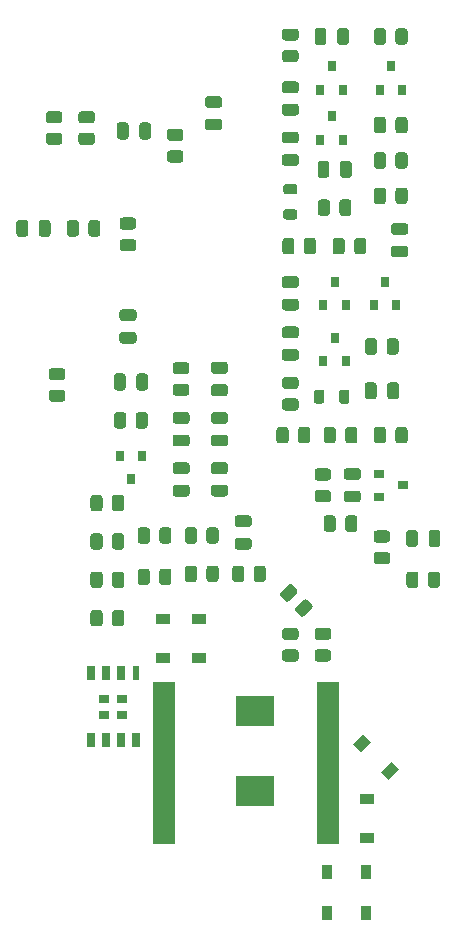
<source format=gbr>
%TF.GenerationSoftware,KiCad,Pcbnew,(5.1.9-0-10_14)*%
%TF.CreationDate,2023-05-28T23:00:20-04:00*%
%TF.ProjectId,LiControl,4c69436f-6e74-4726-9f6c-2e6b69636164,rev?*%
%TF.SameCoordinates,Original*%
%TF.FileFunction,Paste,Bot*%
%TF.FilePolarity,Positive*%
%FSLAX46Y46*%
G04 Gerber Fmt 4.6, Leading zero omitted, Abs format (unit mm)*
G04 Created by KiCad (PCBNEW (5.1.9-0-10_14)) date 2023-05-28 23:00:20*
%MOMM*%
%LPD*%
G01*
G04 APERTURE LIST*
%ADD10C,0.100000*%
%ADD11R,0.800000X0.900000*%
%ADD12R,0.900000X1.200000*%
%ADD13R,1.200000X0.900000*%
%ADD14R,0.900000X0.800000*%
%ADD15R,3.300000X2.500000*%
%ADD16R,0.650000X1.310000*%
%ADD17R,0.600000X1.310000*%
%ADD18R,0.900000X0.795000*%
%ADD19R,1.850000X13.700000*%
G04 APERTURE END LIST*
D10*
%TO.C,D3*%
G36*
X117674264Y-132522792D02*
G01*
X118522792Y-131674264D01*
X119159188Y-132310660D01*
X118310660Y-133159188D01*
X117674264Y-132522792D01*
G37*
G36*
X115340812Y-130189340D02*
G01*
X116189340Y-129340812D01*
X116825736Y-129977208D01*
X115977208Y-130825736D01*
X115340812Y-130189340D01*
G37*
%TD*%
D11*
%TO.C,Q6*%
X95550000Y-105750000D03*
X97450000Y-105750000D03*
X96500000Y-107750000D03*
%TD*%
%TO.C,C9*%
G36*
G01*
X115200000Y-81025000D02*
X115200000Y-81975000D01*
G75*
G02*
X114950000Y-82225000I-250000J0D01*
G01*
X114450000Y-82225000D01*
G75*
G02*
X114200000Y-81975000I0J250000D01*
G01*
X114200000Y-81025000D01*
G75*
G02*
X114450000Y-80775000I250000J0D01*
G01*
X114950000Y-80775000D01*
G75*
G02*
X115200000Y-81025000I0J-250000D01*
G01*
G37*
G36*
G01*
X113300000Y-81025000D02*
X113300000Y-81975000D01*
G75*
G02*
X113050000Y-82225000I-250000J0D01*
G01*
X112550000Y-82225000D01*
G75*
G02*
X112300000Y-81975000I0J250000D01*
G01*
X112300000Y-81025000D01*
G75*
G02*
X112550000Y-80775000I250000J0D01*
G01*
X113050000Y-80775000D01*
G75*
G02*
X113300000Y-81025000I0J-250000D01*
G01*
G37*
%TD*%
%TO.C,C12*%
G36*
G01*
X109525000Y-94800000D02*
X110475000Y-94800000D01*
G75*
G02*
X110725000Y-95050000I0J-250000D01*
G01*
X110725000Y-95550000D01*
G75*
G02*
X110475000Y-95800000I-250000J0D01*
G01*
X109525000Y-95800000D01*
G75*
G02*
X109275000Y-95550000I0J250000D01*
G01*
X109275000Y-95050000D01*
G75*
G02*
X109525000Y-94800000I250000J0D01*
G01*
G37*
G36*
G01*
X109525000Y-96700000D02*
X110475000Y-96700000D01*
G75*
G02*
X110725000Y-96950000I0J-250000D01*
G01*
X110725000Y-97450000D01*
G75*
G02*
X110475000Y-97700000I-250000J0D01*
G01*
X109525000Y-97700000D01*
G75*
G02*
X109275000Y-97450000I0J250000D01*
G01*
X109275000Y-96950000D01*
G75*
G02*
X109525000Y-96700000I250000J0D01*
G01*
G37*
%TD*%
%TO.C,C13*%
G36*
G01*
X109525000Y-78300000D02*
X110475000Y-78300000D01*
G75*
G02*
X110725000Y-78550000I0J-250000D01*
G01*
X110725000Y-79050000D01*
G75*
G02*
X110475000Y-79300000I-250000J0D01*
G01*
X109525000Y-79300000D01*
G75*
G02*
X109275000Y-79050000I0J250000D01*
G01*
X109275000Y-78550000D01*
G75*
G02*
X109525000Y-78300000I250000J0D01*
G01*
G37*
G36*
G01*
X109525000Y-80200000D02*
X110475000Y-80200000D01*
G75*
G02*
X110725000Y-80450000I0J-250000D01*
G01*
X110725000Y-80950000D01*
G75*
G02*
X110475000Y-81200000I-250000J0D01*
G01*
X109525000Y-81200000D01*
G75*
G02*
X109275000Y-80950000I0J250000D01*
G01*
X109275000Y-80450000D01*
G75*
G02*
X109525000Y-80200000I250000J0D01*
G01*
G37*
%TD*%
%TO.C,C15*%
G36*
G01*
X119725000Y-87050000D02*
X118775000Y-87050000D01*
G75*
G02*
X118525000Y-86800000I0J250000D01*
G01*
X118525000Y-86300000D01*
G75*
G02*
X118775000Y-86050000I250000J0D01*
G01*
X119725000Y-86050000D01*
G75*
G02*
X119975000Y-86300000I0J-250000D01*
G01*
X119975000Y-86800000D01*
G75*
G02*
X119725000Y-87050000I-250000J0D01*
G01*
G37*
G36*
G01*
X119725000Y-88950000D02*
X118775000Y-88950000D01*
G75*
G02*
X118525000Y-88700000I0J250000D01*
G01*
X118525000Y-88200000D01*
G75*
G02*
X118775000Y-87950000I250000J0D01*
G01*
X119725000Y-87950000D01*
G75*
G02*
X119975000Y-88200000I0J-250000D01*
G01*
X119975000Y-88700000D01*
G75*
G02*
X119725000Y-88950000I-250000J0D01*
G01*
G37*
%TD*%
%TO.C,C16*%
G36*
G01*
X113050000Y-69775000D02*
X113050000Y-70725000D01*
G75*
G02*
X112800000Y-70975000I-250000J0D01*
G01*
X112300000Y-70975000D01*
G75*
G02*
X112050000Y-70725000I0J250000D01*
G01*
X112050000Y-69775000D01*
G75*
G02*
X112300000Y-69525000I250000J0D01*
G01*
X112800000Y-69525000D01*
G75*
G02*
X113050000Y-69775000I0J-250000D01*
G01*
G37*
G36*
G01*
X114950000Y-69775000D02*
X114950000Y-70725000D01*
G75*
G02*
X114700000Y-70975000I-250000J0D01*
G01*
X114200000Y-70975000D01*
G75*
G02*
X113950000Y-70725000I0J250000D01*
G01*
X113950000Y-69775000D01*
G75*
G02*
X114200000Y-69525000I250000J0D01*
G01*
X114700000Y-69525000D01*
G75*
G02*
X114950000Y-69775000I0J-250000D01*
G01*
G37*
%TD*%
%TO.C,C19*%
G36*
G01*
X110475000Y-91550000D02*
X109525000Y-91550000D01*
G75*
G02*
X109275000Y-91300000I0J250000D01*
G01*
X109275000Y-90800000D01*
G75*
G02*
X109525000Y-90550000I250000J0D01*
G01*
X110475000Y-90550000D01*
G75*
G02*
X110725000Y-90800000I0J-250000D01*
G01*
X110725000Y-91300000D01*
G75*
G02*
X110475000Y-91550000I-250000J0D01*
G01*
G37*
G36*
G01*
X110475000Y-93450000D02*
X109525000Y-93450000D01*
G75*
G02*
X109275000Y-93200000I0J250000D01*
G01*
X109275000Y-92700000D01*
G75*
G02*
X109525000Y-92450000I250000J0D01*
G01*
X110475000Y-92450000D01*
G75*
G02*
X110725000Y-92700000I0J-250000D01*
G01*
X110725000Y-93200000D01*
G75*
G02*
X110475000Y-93450000I-250000J0D01*
G01*
G37*
%TD*%
%TO.C,C20*%
G36*
G01*
X110475000Y-75050000D02*
X109525000Y-75050000D01*
G75*
G02*
X109275000Y-74800000I0J250000D01*
G01*
X109275000Y-74300000D01*
G75*
G02*
X109525000Y-74050000I250000J0D01*
G01*
X110475000Y-74050000D01*
G75*
G02*
X110725000Y-74300000I0J-250000D01*
G01*
X110725000Y-74800000D01*
G75*
G02*
X110475000Y-75050000I-250000J0D01*
G01*
G37*
G36*
G01*
X110475000Y-76950000D02*
X109525000Y-76950000D01*
G75*
G02*
X109275000Y-76700000I0J250000D01*
G01*
X109275000Y-76200000D01*
G75*
G02*
X109525000Y-75950000I250000J0D01*
G01*
X110475000Y-75950000D01*
G75*
G02*
X110725000Y-76200000I0J-250000D01*
G01*
X110725000Y-76700000D01*
G75*
G02*
X110475000Y-76950000I-250000J0D01*
G01*
G37*
%TD*%
D12*
%TO.C,D2*%
X113100000Y-144500000D03*
X116400000Y-144500000D03*
%TD*%
D11*
%TO.C,Q7*%
X114700000Y-97750000D03*
X112800000Y-97750000D03*
X113750000Y-95750000D03*
%TD*%
%TO.C,Q8*%
X113500000Y-77000000D03*
X112550000Y-79000000D03*
X114450000Y-79000000D03*
%TD*%
%TO.C,Q9*%
X114700000Y-93000000D03*
X112800000Y-93000000D03*
X113750000Y-91000000D03*
%TD*%
%TO.C,Q10*%
X118000000Y-91000000D03*
X117050000Y-93000000D03*
X118950000Y-93000000D03*
%TD*%
%TO.C,Q11*%
X113500000Y-72750000D03*
X112550000Y-74750000D03*
X114450000Y-74750000D03*
%TD*%
%TO.C,Q12*%
X118500000Y-72750000D03*
X117550000Y-74750000D03*
X119450000Y-74750000D03*
%TD*%
%TO.C,R22*%
G36*
G01*
X112325000Y-85200002D02*
X112325000Y-84299998D01*
G75*
G02*
X112574998Y-84050000I249998J0D01*
G01*
X113100002Y-84050000D01*
G75*
G02*
X113350000Y-84299998I0J-249998D01*
G01*
X113350000Y-85200002D01*
G75*
G02*
X113100002Y-85450000I-249998J0D01*
G01*
X112574998Y-85450000D01*
G75*
G02*
X112325000Y-85200002I0J249998D01*
G01*
G37*
G36*
G01*
X114150000Y-85200002D02*
X114150000Y-84299998D01*
G75*
G02*
X114399998Y-84050000I249998J0D01*
G01*
X114925002Y-84050000D01*
G75*
G02*
X115175000Y-84299998I0J-249998D01*
G01*
X115175000Y-85200002D01*
G75*
G02*
X114925002Y-85450000I-249998J0D01*
G01*
X114399998Y-85450000D01*
G75*
G02*
X114150000Y-85200002I0J249998D01*
G01*
G37*
%TD*%
%TO.C,R23*%
G36*
G01*
X118900000Y-84200002D02*
X118900000Y-83299998D01*
G75*
G02*
X119149998Y-83050000I249998J0D01*
G01*
X119675002Y-83050000D01*
G75*
G02*
X119925000Y-83299998I0J-249998D01*
G01*
X119925000Y-84200002D01*
G75*
G02*
X119675002Y-84450000I-249998J0D01*
G01*
X119149998Y-84450000D01*
G75*
G02*
X118900000Y-84200002I0J249998D01*
G01*
G37*
G36*
G01*
X117075000Y-84200002D02*
X117075000Y-83299998D01*
G75*
G02*
X117324998Y-83050000I249998J0D01*
G01*
X117850002Y-83050000D01*
G75*
G02*
X118100000Y-83299998I0J-249998D01*
G01*
X118100000Y-84200002D01*
G75*
G02*
X117850002Y-84450000I-249998J0D01*
G01*
X117324998Y-84450000D01*
G75*
G02*
X117075000Y-84200002I0J249998D01*
G01*
G37*
%TD*%
%TO.C,R25*%
G36*
G01*
X118100000Y-80299998D02*
X118100000Y-81200002D01*
G75*
G02*
X117850002Y-81450000I-249998J0D01*
G01*
X117324998Y-81450000D01*
G75*
G02*
X117075000Y-81200002I0J249998D01*
G01*
X117075000Y-80299998D01*
G75*
G02*
X117324998Y-80050000I249998J0D01*
G01*
X117850002Y-80050000D01*
G75*
G02*
X118100000Y-80299998I0J-249998D01*
G01*
G37*
G36*
G01*
X119925000Y-80299998D02*
X119925000Y-81200002D01*
G75*
G02*
X119675002Y-81450000I-249998J0D01*
G01*
X119149998Y-81450000D01*
G75*
G02*
X118900000Y-81200002I0J249998D01*
G01*
X118900000Y-80299998D01*
G75*
G02*
X119149998Y-80050000I249998J0D01*
G01*
X119675002Y-80050000D01*
G75*
G02*
X119925000Y-80299998I0J-249998D01*
G01*
G37*
%TD*%
%TO.C,R26*%
G36*
G01*
X117350000Y-96049998D02*
X117350000Y-96950002D01*
G75*
G02*
X117100002Y-97200000I-249998J0D01*
G01*
X116574998Y-97200000D01*
G75*
G02*
X116325000Y-96950002I0J249998D01*
G01*
X116325000Y-96049998D01*
G75*
G02*
X116574998Y-95800000I249998J0D01*
G01*
X117100002Y-95800000D01*
G75*
G02*
X117350000Y-96049998I0J-249998D01*
G01*
G37*
G36*
G01*
X119175000Y-96049998D02*
X119175000Y-96950002D01*
G75*
G02*
X118925002Y-97200000I-249998J0D01*
G01*
X118399998Y-97200000D01*
G75*
G02*
X118150000Y-96950002I0J249998D01*
G01*
X118150000Y-96049998D01*
G75*
G02*
X118399998Y-95800000I249998J0D01*
G01*
X118925002Y-95800000D01*
G75*
G02*
X119175000Y-96049998I0J-249998D01*
G01*
G37*
%TD*%
%TO.C,R27*%
G36*
G01*
X119925000Y-77299998D02*
X119925000Y-78200002D01*
G75*
G02*
X119675002Y-78450000I-249998J0D01*
G01*
X119149998Y-78450000D01*
G75*
G02*
X118900000Y-78200002I0J249998D01*
G01*
X118900000Y-77299998D01*
G75*
G02*
X119149998Y-77050000I249998J0D01*
G01*
X119675002Y-77050000D01*
G75*
G02*
X119925000Y-77299998I0J-249998D01*
G01*
G37*
G36*
G01*
X118100000Y-77299998D02*
X118100000Y-78200002D01*
G75*
G02*
X117850002Y-78450000I-249998J0D01*
G01*
X117324998Y-78450000D01*
G75*
G02*
X117075000Y-78200002I0J249998D01*
G01*
X117075000Y-77299998D01*
G75*
G02*
X117324998Y-77050000I249998J0D01*
G01*
X117850002Y-77050000D01*
G75*
G02*
X118100000Y-77299998I0J-249998D01*
G01*
G37*
%TD*%
%TO.C,R32*%
G36*
G01*
X116425000Y-87549998D02*
X116425000Y-88450002D01*
G75*
G02*
X116175002Y-88700000I-249998J0D01*
G01*
X115649998Y-88700000D01*
G75*
G02*
X115400000Y-88450002I0J249998D01*
G01*
X115400000Y-87549998D01*
G75*
G02*
X115649998Y-87300000I249998J0D01*
G01*
X116175002Y-87300000D01*
G75*
G02*
X116425000Y-87549998I0J-249998D01*
G01*
G37*
G36*
G01*
X114600000Y-87549998D02*
X114600000Y-88450002D01*
G75*
G02*
X114350002Y-88700000I-249998J0D01*
G01*
X113824998Y-88700000D01*
G75*
G02*
X113575000Y-88450002I0J249998D01*
G01*
X113575000Y-87549998D01*
G75*
G02*
X113824998Y-87300000I249998J0D01*
G01*
X114350002Y-87300000D01*
G75*
G02*
X114600000Y-87549998I0J-249998D01*
G01*
G37*
%TD*%
%TO.C,R33*%
G36*
G01*
X118100000Y-69799998D02*
X118100000Y-70700002D01*
G75*
G02*
X117850002Y-70950000I-249998J0D01*
G01*
X117324998Y-70950000D01*
G75*
G02*
X117075000Y-70700002I0J249998D01*
G01*
X117075000Y-69799998D01*
G75*
G02*
X117324998Y-69550000I249998J0D01*
G01*
X117850002Y-69550000D01*
G75*
G02*
X118100000Y-69799998I0J-249998D01*
G01*
G37*
G36*
G01*
X119925000Y-69799998D02*
X119925000Y-70700002D01*
G75*
G02*
X119675002Y-70950000I-249998J0D01*
G01*
X119149998Y-70950000D01*
G75*
G02*
X118900000Y-70700002I0J249998D01*
G01*
X118900000Y-69799998D01*
G75*
G02*
X119149998Y-69550000I249998J0D01*
G01*
X119675002Y-69550000D01*
G75*
G02*
X119925000Y-69799998I0J-249998D01*
G01*
G37*
%TD*%
%TO.C,R34*%
G36*
G01*
X110350000Y-87549998D02*
X110350000Y-88450002D01*
G75*
G02*
X110100002Y-88700000I-249998J0D01*
G01*
X109574998Y-88700000D01*
G75*
G02*
X109325000Y-88450002I0J249998D01*
G01*
X109325000Y-87549998D01*
G75*
G02*
X109574998Y-87300000I249998J0D01*
G01*
X110100002Y-87300000D01*
G75*
G02*
X110350000Y-87549998I0J-249998D01*
G01*
G37*
G36*
G01*
X112175000Y-87549998D02*
X112175000Y-88450002D01*
G75*
G02*
X111925002Y-88700000I-249998J0D01*
G01*
X111399998Y-88700000D01*
G75*
G02*
X111150000Y-88450002I0J249998D01*
G01*
X111150000Y-87549998D01*
G75*
G02*
X111399998Y-87300000I249998J0D01*
G01*
X111925002Y-87300000D01*
G75*
G02*
X112175000Y-87549998I0J-249998D01*
G01*
G37*
%TD*%
%TO.C,R35*%
G36*
G01*
X109549998Y-69575000D02*
X110450002Y-69575000D01*
G75*
G02*
X110700000Y-69824998I0J-249998D01*
G01*
X110700000Y-70350002D01*
G75*
G02*
X110450002Y-70600000I-249998J0D01*
G01*
X109549998Y-70600000D01*
G75*
G02*
X109300000Y-70350002I0J249998D01*
G01*
X109300000Y-69824998D01*
G75*
G02*
X109549998Y-69575000I249998J0D01*
G01*
G37*
G36*
G01*
X109549998Y-71400000D02*
X110450002Y-71400000D01*
G75*
G02*
X110700000Y-71649998I0J-249998D01*
G01*
X110700000Y-72175002D01*
G75*
G02*
X110450002Y-72425000I-249998J0D01*
G01*
X109549998Y-72425000D01*
G75*
G02*
X109300000Y-72175002I0J249998D01*
G01*
X109300000Y-71649998D01*
G75*
G02*
X109549998Y-71400000I249998J0D01*
G01*
G37*
%TD*%
%TO.C,C2*%
G36*
G01*
X114775000Y-106800000D02*
X115725000Y-106800000D01*
G75*
G02*
X115975000Y-107050000I0J-250000D01*
G01*
X115975000Y-107550000D01*
G75*
G02*
X115725000Y-107800000I-250000J0D01*
G01*
X114775000Y-107800000D01*
G75*
G02*
X114525000Y-107550000I0J250000D01*
G01*
X114525000Y-107050000D01*
G75*
G02*
X114775000Y-106800000I250000J0D01*
G01*
G37*
G36*
G01*
X114775000Y-108700000D02*
X115725000Y-108700000D01*
G75*
G02*
X115975000Y-108950000I0J-250000D01*
G01*
X115975000Y-109450000D01*
G75*
G02*
X115725000Y-109700000I-250000J0D01*
G01*
X114775000Y-109700000D01*
G75*
G02*
X114525000Y-109450000I0J250000D01*
G01*
X114525000Y-108950000D01*
G75*
G02*
X114775000Y-108700000I250000J0D01*
G01*
G37*
%TD*%
%TO.C,C3*%
G36*
G01*
X104475000Y-100700000D02*
X103525000Y-100700000D01*
G75*
G02*
X103275000Y-100450000I0J250000D01*
G01*
X103275000Y-99950000D01*
G75*
G02*
X103525000Y-99700000I250000J0D01*
G01*
X104475000Y-99700000D01*
G75*
G02*
X104725000Y-99950000I0J-250000D01*
G01*
X104725000Y-100450000D01*
G75*
G02*
X104475000Y-100700000I-250000J0D01*
G01*
G37*
G36*
G01*
X104475000Y-98800000D02*
X103525000Y-98800000D01*
G75*
G02*
X103275000Y-98550000I0J250000D01*
G01*
X103275000Y-98050000D01*
G75*
G02*
X103525000Y-97800000I250000J0D01*
G01*
X104475000Y-97800000D01*
G75*
G02*
X104725000Y-98050000I0J-250000D01*
G01*
X104725000Y-98550000D01*
G75*
G02*
X104475000Y-98800000I-250000J0D01*
G01*
G37*
%TD*%
%TO.C,C6*%
G36*
G01*
X96050000Y-99025000D02*
X96050000Y-99975000D01*
G75*
G02*
X95800000Y-100225000I-250000J0D01*
G01*
X95300000Y-100225000D01*
G75*
G02*
X95050000Y-99975000I0J250000D01*
G01*
X95050000Y-99025000D01*
G75*
G02*
X95300000Y-98775000I250000J0D01*
G01*
X95800000Y-98775000D01*
G75*
G02*
X96050000Y-99025000I0J-250000D01*
G01*
G37*
G36*
G01*
X97950000Y-99025000D02*
X97950000Y-99975000D01*
G75*
G02*
X97700000Y-100225000I-250000J0D01*
G01*
X97200000Y-100225000D01*
G75*
G02*
X96950000Y-99975000I0J250000D01*
G01*
X96950000Y-99025000D01*
G75*
G02*
X97200000Y-98775000I250000J0D01*
G01*
X97700000Y-98775000D01*
G75*
G02*
X97950000Y-99025000I0J-250000D01*
G01*
G37*
%TD*%
%TO.C,C7*%
G36*
G01*
X104475000Y-109200000D02*
X103525000Y-109200000D01*
G75*
G02*
X103275000Y-108950000I0J250000D01*
G01*
X103275000Y-108450000D01*
G75*
G02*
X103525000Y-108200000I250000J0D01*
G01*
X104475000Y-108200000D01*
G75*
G02*
X104725000Y-108450000I0J-250000D01*
G01*
X104725000Y-108950000D01*
G75*
G02*
X104475000Y-109200000I-250000J0D01*
G01*
G37*
G36*
G01*
X104475000Y-107300000D02*
X103525000Y-107300000D01*
G75*
G02*
X103275000Y-107050000I0J250000D01*
G01*
X103275000Y-106550000D01*
G75*
G02*
X103525000Y-106300000I250000J0D01*
G01*
X104475000Y-106300000D01*
G75*
G02*
X104725000Y-106550000I0J-250000D01*
G01*
X104725000Y-107050000D01*
G75*
G02*
X104475000Y-107300000I-250000J0D01*
G01*
G37*
%TD*%
%TO.C,C8*%
G36*
G01*
X117300000Y-99775000D02*
X117300000Y-100725000D01*
G75*
G02*
X117050000Y-100975000I-250000J0D01*
G01*
X116550000Y-100975000D01*
G75*
G02*
X116300000Y-100725000I0J250000D01*
G01*
X116300000Y-99775000D01*
G75*
G02*
X116550000Y-99525000I250000J0D01*
G01*
X117050000Y-99525000D01*
G75*
G02*
X117300000Y-99775000I0J-250000D01*
G01*
G37*
G36*
G01*
X119200000Y-99775000D02*
X119200000Y-100725000D01*
G75*
G02*
X118950000Y-100975000I-250000J0D01*
G01*
X118450000Y-100975000D01*
G75*
G02*
X118200000Y-100725000I0J250000D01*
G01*
X118200000Y-99775000D01*
G75*
G02*
X118450000Y-99525000I250000J0D01*
G01*
X118950000Y-99525000D01*
G75*
G02*
X119200000Y-99775000I0J-250000D01*
G01*
G37*
%TD*%
%TO.C,C10*%
G36*
G01*
X101225000Y-107300000D02*
X100275000Y-107300000D01*
G75*
G02*
X100025000Y-107050000I0J250000D01*
G01*
X100025000Y-106550000D01*
G75*
G02*
X100275000Y-106300000I250000J0D01*
G01*
X101225000Y-106300000D01*
G75*
G02*
X101475000Y-106550000I0J-250000D01*
G01*
X101475000Y-107050000D01*
G75*
G02*
X101225000Y-107300000I-250000J0D01*
G01*
G37*
G36*
G01*
X101225000Y-109200000D02*
X100275000Y-109200000D01*
G75*
G02*
X100025000Y-108950000I0J250000D01*
G01*
X100025000Y-108450000D01*
G75*
G02*
X100275000Y-108200000I250000J0D01*
G01*
X101225000Y-108200000D01*
G75*
G02*
X101475000Y-108450000I0J-250000D01*
G01*
X101475000Y-108950000D01*
G75*
G02*
X101225000Y-109200000I-250000J0D01*
G01*
G37*
%TD*%
%TO.C,C14*%
G36*
G01*
X100275000Y-103950000D02*
X101225000Y-103950000D01*
G75*
G02*
X101475000Y-104200000I0J-250000D01*
G01*
X101475000Y-104700000D01*
G75*
G02*
X101225000Y-104950000I-250000J0D01*
G01*
X100275000Y-104950000D01*
G75*
G02*
X100025000Y-104700000I0J250000D01*
G01*
X100025000Y-104200000D01*
G75*
G02*
X100275000Y-103950000I250000J0D01*
G01*
G37*
G36*
G01*
X100275000Y-102050000D02*
X101225000Y-102050000D01*
G75*
G02*
X101475000Y-102300000I0J-250000D01*
G01*
X101475000Y-102800000D01*
G75*
G02*
X101225000Y-103050000I-250000J0D01*
G01*
X100275000Y-103050000D01*
G75*
G02*
X100025000Y-102800000I0J250000D01*
G01*
X100025000Y-102300000D01*
G75*
G02*
X100275000Y-102050000I250000J0D01*
G01*
G37*
%TD*%
%TO.C,C17*%
G36*
G01*
X103975000Y-76300000D02*
X103025000Y-76300000D01*
G75*
G02*
X102775000Y-76050000I0J250000D01*
G01*
X102775000Y-75550000D01*
G75*
G02*
X103025000Y-75300000I250000J0D01*
G01*
X103975000Y-75300000D01*
G75*
G02*
X104225000Y-75550000I0J-250000D01*
G01*
X104225000Y-76050000D01*
G75*
G02*
X103975000Y-76300000I-250000J0D01*
G01*
G37*
G36*
G01*
X103975000Y-78200000D02*
X103025000Y-78200000D01*
G75*
G02*
X102775000Y-77950000I0J250000D01*
G01*
X102775000Y-77450000D01*
G75*
G02*
X103025000Y-77200000I250000J0D01*
G01*
X103975000Y-77200000D01*
G75*
G02*
X104225000Y-77450000I0J-250000D01*
G01*
X104225000Y-77950000D01*
G75*
G02*
X103975000Y-78200000I-250000J0D01*
G01*
G37*
%TD*%
%TO.C,C18*%
G36*
G01*
X103525000Y-103950000D02*
X104475000Y-103950000D01*
G75*
G02*
X104725000Y-104200000I0J-250000D01*
G01*
X104725000Y-104700000D01*
G75*
G02*
X104475000Y-104950000I-250000J0D01*
G01*
X103525000Y-104950000D01*
G75*
G02*
X103275000Y-104700000I0J250000D01*
G01*
X103275000Y-104200000D01*
G75*
G02*
X103525000Y-103950000I250000J0D01*
G01*
G37*
G36*
G01*
X103525000Y-102050000D02*
X104475000Y-102050000D01*
G75*
G02*
X104725000Y-102300000I0J-250000D01*
G01*
X104725000Y-102800000D01*
G75*
G02*
X104475000Y-103050000I-250000J0D01*
G01*
X103525000Y-103050000D01*
G75*
G02*
X103275000Y-102800000I0J250000D01*
G01*
X103275000Y-102300000D01*
G75*
G02*
X103525000Y-102050000I250000J0D01*
G01*
G37*
%TD*%
%TO.C,C21*%
G36*
G01*
X98200000Y-77775000D02*
X98200000Y-78725000D01*
G75*
G02*
X97950000Y-78975000I-250000J0D01*
G01*
X97450000Y-78975000D01*
G75*
G02*
X97200000Y-78725000I0J250000D01*
G01*
X97200000Y-77775000D01*
G75*
G02*
X97450000Y-77525000I250000J0D01*
G01*
X97950000Y-77525000D01*
G75*
G02*
X98200000Y-77775000I0J-250000D01*
G01*
G37*
G36*
G01*
X96300000Y-77775000D02*
X96300000Y-78725000D01*
G75*
G02*
X96050000Y-78975000I-250000J0D01*
G01*
X95550000Y-78975000D01*
G75*
G02*
X95300000Y-78725000I0J250000D01*
G01*
X95300000Y-77775000D01*
G75*
G02*
X95550000Y-77525000I250000J0D01*
G01*
X96050000Y-77525000D01*
G75*
G02*
X96300000Y-77775000I0J-250000D01*
G01*
G37*
%TD*%
D13*
%TO.C,D1*%
X116500000Y-138150000D03*
X116500000Y-134850000D03*
%TD*%
D14*
%TO.C,Q2*%
X117500000Y-109200000D03*
X117500000Y-107300000D03*
X119500000Y-108250000D03*
%TD*%
%TO.C,R1*%
G36*
G01*
X113850000Y-111049998D02*
X113850000Y-111950002D01*
G75*
G02*
X113600002Y-112200000I-249998J0D01*
G01*
X113074998Y-112200000D01*
G75*
G02*
X112825000Y-111950002I0J249998D01*
G01*
X112825000Y-111049998D01*
G75*
G02*
X113074998Y-110800000I249998J0D01*
G01*
X113600002Y-110800000D01*
G75*
G02*
X113850000Y-111049998I0J-249998D01*
G01*
G37*
G36*
G01*
X115675000Y-111049998D02*
X115675000Y-111950002D01*
G75*
G02*
X115425002Y-112200000I-249998J0D01*
G01*
X114899998Y-112200000D01*
G75*
G02*
X114650000Y-111950002I0J249998D01*
G01*
X114650000Y-111049998D01*
G75*
G02*
X114899998Y-110800000I249998J0D01*
G01*
X115425002Y-110800000D01*
G75*
G02*
X115675000Y-111049998I0J-249998D01*
G01*
G37*
%TD*%
%TO.C,R2*%
G36*
G01*
X113200002Y-109675000D02*
X112299998Y-109675000D01*
G75*
G02*
X112050000Y-109425002I0J249998D01*
G01*
X112050000Y-108899998D01*
G75*
G02*
X112299998Y-108650000I249998J0D01*
G01*
X113200002Y-108650000D01*
G75*
G02*
X113450000Y-108899998I0J-249998D01*
G01*
X113450000Y-109425002D01*
G75*
G02*
X113200002Y-109675000I-249998J0D01*
G01*
G37*
G36*
G01*
X113200002Y-107850000D02*
X112299998Y-107850000D01*
G75*
G02*
X112050000Y-107600002I0J249998D01*
G01*
X112050000Y-107074998D01*
G75*
G02*
X112299998Y-106825000I249998J0D01*
G01*
X113200002Y-106825000D01*
G75*
G02*
X113450000Y-107074998I0J-249998D01*
G01*
X113450000Y-107600002D01*
G75*
G02*
X113200002Y-107850000I-249998J0D01*
G01*
G37*
%TD*%
%TO.C,R6*%
G36*
G01*
X101200002Y-98850000D02*
X100299998Y-98850000D01*
G75*
G02*
X100050000Y-98600002I0J249998D01*
G01*
X100050000Y-98074998D01*
G75*
G02*
X100299998Y-97825000I249998J0D01*
G01*
X101200002Y-97825000D01*
G75*
G02*
X101450000Y-98074998I0J-249998D01*
G01*
X101450000Y-98600002D01*
G75*
G02*
X101200002Y-98850000I-249998J0D01*
G01*
G37*
G36*
G01*
X101200002Y-100675000D02*
X100299998Y-100675000D01*
G75*
G02*
X100050000Y-100425002I0J249998D01*
G01*
X100050000Y-99899998D01*
G75*
G02*
X100299998Y-99650000I249998J0D01*
G01*
X101200002Y-99650000D01*
G75*
G02*
X101450000Y-99899998I0J-249998D01*
G01*
X101450000Y-100425002D01*
G75*
G02*
X101200002Y-100675000I-249998J0D01*
G01*
G37*
%TD*%
%TO.C,R7*%
G36*
G01*
X117075000Y-104450002D02*
X117075000Y-103549998D01*
G75*
G02*
X117324998Y-103300000I249998J0D01*
G01*
X117850002Y-103300000D01*
G75*
G02*
X118100000Y-103549998I0J-249998D01*
G01*
X118100000Y-104450002D01*
G75*
G02*
X117850002Y-104700000I-249998J0D01*
G01*
X117324998Y-104700000D01*
G75*
G02*
X117075000Y-104450002I0J249998D01*
G01*
G37*
G36*
G01*
X118900000Y-104450002D02*
X118900000Y-103549998D01*
G75*
G02*
X119149998Y-103300000I249998J0D01*
G01*
X119675002Y-103300000D01*
G75*
G02*
X119925000Y-103549998I0J-249998D01*
G01*
X119925000Y-104450002D01*
G75*
G02*
X119675002Y-104700000I-249998J0D01*
G01*
X119149998Y-104700000D01*
G75*
G02*
X118900000Y-104450002I0J249998D01*
G01*
G37*
%TD*%
%TO.C,R13*%
G36*
G01*
X93075000Y-110200002D02*
X93075000Y-109299998D01*
G75*
G02*
X93324998Y-109050000I249998J0D01*
G01*
X93850002Y-109050000D01*
G75*
G02*
X94100000Y-109299998I0J-249998D01*
G01*
X94100000Y-110200002D01*
G75*
G02*
X93850002Y-110450000I-249998J0D01*
G01*
X93324998Y-110450000D01*
G75*
G02*
X93075000Y-110200002I0J249998D01*
G01*
G37*
G36*
G01*
X94900000Y-110200002D02*
X94900000Y-109299998D01*
G75*
G02*
X95149998Y-109050000I249998J0D01*
G01*
X95675002Y-109050000D01*
G75*
G02*
X95925000Y-109299998I0J-249998D01*
G01*
X95925000Y-110200002D01*
G75*
G02*
X95675002Y-110450000I-249998J0D01*
G01*
X95149998Y-110450000D01*
G75*
G02*
X94900000Y-110200002I0J249998D01*
G01*
G37*
%TD*%
%TO.C,R14*%
G36*
G01*
X96900000Y-103200002D02*
X96900000Y-102299998D01*
G75*
G02*
X97149998Y-102050000I249998J0D01*
G01*
X97675002Y-102050000D01*
G75*
G02*
X97925000Y-102299998I0J-249998D01*
G01*
X97925000Y-103200002D01*
G75*
G02*
X97675002Y-103450000I-249998J0D01*
G01*
X97149998Y-103450000D01*
G75*
G02*
X96900000Y-103200002I0J249998D01*
G01*
G37*
G36*
G01*
X95075000Y-103200002D02*
X95075000Y-102299998D01*
G75*
G02*
X95324998Y-102050000I249998J0D01*
G01*
X95850002Y-102050000D01*
G75*
G02*
X96100000Y-102299998I0J-249998D01*
G01*
X96100000Y-103200002D01*
G75*
G02*
X95850002Y-103450000I-249998J0D01*
G01*
X95324998Y-103450000D01*
G75*
G02*
X95075000Y-103200002I0J249998D01*
G01*
G37*
%TD*%
%TO.C,R19*%
G36*
G01*
X99925000Y-112049998D02*
X99925000Y-112950002D01*
G75*
G02*
X99675002Y-113200000I-249998J0D01*
G01*
X99149998Y-113200000D01*
G75*
G02*
X98900000Y-112950002I0J249998D01*
G01*
X98900000Y-112049998D01*
G75*
G02*
X99149998Y-111800000I249998J0D01*
G01*
X99675002Y-111800000D01*
G75*
G02*
X99925000Y-112049998I0J-249998D01*
G01*
G37*
G36*
G01*
X98100000Y-112049998D02*
X98100000Y-112950002D01*
G75*
G02*
X97850002Y-113200000I-249998J0D01*
G01*
X97324998Y-113200000D01*
G75*
G02*
X97075000Y-112950002I0J249998D01*
G01*
X97075000Y-112049998D01*
G75*
G02*
X97324998Y-111800000I249998J0D01*
G01*
X97850002Y-111800000D01*
G75*
G02*
X98100000Y-112049998I0J-249998D01*
G01*
G37*
%TD*%
%TO.C,R20*%
G36*
G01*
X109549998Y-99075000D02*
X110450002Y-99075000D01*
G75*
G02*
X110700000Y-99324998I0J-249998D01*
G01*
X110700000Y-99850002D01*
G75*
G02*
X110450002Y-100100000I-249998J0D01*
G01*
X109549998Y-100100000D01*
G75*
G02*
X109300000Y-99850002I0J249998D01*
G01*
X109300000Y-99324998D01*
G75*
G02*
X109549998Y-99075000I249998J0D01*
G01*
G37*
G36*
G01*
X109549998Y-100900000D02*
X110450002Y-100900000D01*
G75*
G02*
X110700000Y-101149998I0J-249998D01*
G01*
X110700000Y-101675002D01*
G75*
G02*
X110450002Y-101925000I-249998J0D01*
G01*
X109549998Y-101925000D01*
G75*
G02*
X109300000Y-101675002I0J249998D01*
G01*
X109300000Y-101149998D01*
G75*
G02*
X109549998Y-100900000I249998J0D01*
G01*
G37*
%TD*%
%TO.C,R21*%
G36*
G01*
X110650000Y-104450002D02*
X110650000Y-103549998D01*
G75*
G02*
X110899998Y-103300000I249998J0D01*
G01*
X111425002Y-103300000D01*
G75*
G02*
X111675000Y-103549998I0J-249998D01*
G01*
X111675000Y-104450002D01*
G75*
G02*
X111425002Y-104700000I-249998J0D01*
G01*
X110899998Y-104700000D01*
G75*
G02*
X110650000Y-104450002I0J249998D01*
G01*
G37*
G36*
G01*
X108825000Y-104450002D02*
X108825000Y-103549998D01*
G75*
G02*
X109074998Y-103300000I249998J0D01*
G01*
X109600002Y-103300000D01*
G75*
G02*
X109850000Y-103549998I0J-249998D01*
G01*
X109850000Y-104450002D01*
G75*
G02*
X109600002Y-104700000I-249998J0D01*
G01*
X109074998Y-104700000D01*
G75*
G02*
X108825000Y-104450002I0J249998D01*
G01*
G37*
%TD*%
%TO.C,R24*%
G36*
G01*
X114650000Y-104450002D02*
X114650000Y-103549998D01*
G75*
G02*
X114899998Y-103300000I249998J0D01*
G01*
X115425002Y-103300000D01*
G75*
G02*
X115675000Y-103549998I0J-249998D01*
G01*
X115675000Y-104450002D01*
G75*
G02*
X115425002Y-104700000I-249998J0D01*
G01*
X114899998Y-104700000D01*
G75*
G02*
X114650000Y-104450002I0J249998D01*
G01*
G37*
G36*
G01*
X112825000Y-104450002D02*
X112825000Y-103549998D01*
G75*
G02*
X113074998Y-103300000I249998J0D01*
G01*
X113600002Y-103300000D01*
G75*
G02*
X113850000Y-103549998I0J-249998D01*
G01*
X113850000Y-104450002D01*
G75*
G02*
X113600002Y-104700000I-249998J0D01*
G01*
X113074998Y-104700000D01*
G75*
G02*
X112825000Y-104450002I0J249998D01*
G01*
G37*
%TD*%
%TO.C,R36*%
G36*
G01*
X89549998Y-76575000D02*
X90450002Y-76575000D01*
G75*
G02*
X90700000Y-76824998I0J-249998D01*
G01*
X90700000Y-77350002D01*
G75*
G02*
X90450002Y-77600000I-249998J0D01*
G01*
X89549998Y-77600000D01*
G75*
G02*
X89300000Y-77350002I0J249998D01*
G01*
X89300000Y-76824998D01*
G75*
G02*
X89549998Y-76575000I249998J0D01*
G01*
G37*
G36*
G01*
X89549998Y-78400000D02*
X90450002Y-78400000D01*
G75*
G02*
X90700000Y-78649998I0J-249998D01*
G01*
X90700000Y-79175002D01*
G75*
G02*
X90450002Y-79425000I-249998J0D01*
G01*
X89549998Y-79425000D01*
G75*
G02*
X89300000Y-79175002I0J249998D01*
G01*
X89300000Y-78649998D01*
G75*
G02*
X89549998Y-78400000I249998J0D01*
G01*
G37*
%TD*%
%TO.C,R37*%
G36*
G01*
X92100000Y-86049998D02*
X92100000Y-86950002D01*
G75*
G02*
X91850002Y-87200000I-249998J0D01*
G01*
X91324998Y-87200000D01*
G75*
G02*
X91075000Y-86950002I0J249998D01*
G01*
X91075000Y-86049998D01*
G75*
G02*
X91324998Y-85800000I249998J0D01*
G01*
X91850002Y-85800000D01*
G75*
G02*
X92100000Y-86049998I0J-249998D01*
G01*
G37*
G36*
G01*
X93925000Y-86049998D02*
X93925000Y-86950002D01*
G75*
G02*
X93675002Y-87200000I-249998J0D01*
G01*
X93149998Y-87200000D01*
G75*
G02*
X92900000Y-86950002I0J249998D01*
G01*
X92900000Y-86049998D01*
G75*
G02*
X93149998Y-85800000I249998J0D01*
G01*
X93675002Y-85800000D01*
G75*
G02*
X93925000Y-86049998I0J-249998D01*
G01*
G37*
%TD*%
%TO.C,R38*%
G36*
G01*
X92299998Y-78400000D02*
X93200002Y-78400000D01*
G75*
G02*
X93450000Y-78649998I0J-249998D01*
G01*
X93450000Y-79175002D01*
G75*
G02*
X93200002Y-79425000I-249998J0D01*
G01*
X92299998Y-79425000D01*
G75*
G02*
X92050000Y-79175002I0J249998D01*
G01*
X92050000Y-78649998D01*
G75*
G02*
X92299998Y-78400000I249998J0D01*
G01*
G37*
G36*
G01*
X92299998Y-76575000D02*
X93200002Y-76575000D01*
G75*
G02*
X93450000Y-76824998I0J-249998D01*
G01*
X93450000Y-77350002D01*
G75*
G02*
X93200002Y-77600000I-249998J0D01*
G01*
X92299998Y-77600000D01*
G75*
G02*
X92050000Y-77350002I0J249998D01*
G01*
X92050000Y-76824998D01*
G75*
G02*
X92299998Y-76575000I249998J0D01*
G01*
G37*
%TD*%
%TO.C,R39*%
G36*
G01*
X96700002Y-86600000D02*
X95799998Y-86600000D01*
G75*
G02*
X95550000Y-86350002I0J249998D01*
G01*
X95550000Y-85824998D01*
G75*
G02*
X95799998Y-85575000I249998J0D01*
G01*
X96700002Y-85575000D01*
G75*
G02*
X96950000Y-85824998I0J-249998D01*
G01*
X96950000Y-86350002D01*
G75*
G02*
X96700002Y-86600000I-249998J0D01*
G01*
G37*
G36*
G01*
X96700002Y-88425000D02*
X95799998Y-88425000D01*
G75*
G02*
X95550000Y-88175002I0J249998D01*
G01*
X95550000Y-87649998D01*
G75*
G02*
X95799998Y-87400000I249998J0D01*
G01*
X96700002Y-87400000D01*
G75*
G02*
X96950000Y-87649998I0J-249998D01*
G01*
X96950000Y-88175002D01*
G75*
G02*
X96700002Y-88425000I-249998J0D01*
G01*
G37*
%TD*%
%TO.C,R40*%
G36*
G01*
X100700002Y-80925000D02*
X99799998Y-80925000D01*
G75*
G02*
X99550000Y-80675002I0J249998D01*
G01*
X99550000Y-80149998D01*
G75*
G02*
X99799998Y-79900000I249998J0D01*
G01*
X100700002Y-79900000D01*
G75*
G02*
X100950000Y-80149998I0J-249998D01*
G01*
X100950000Y-80675002D01*
G75*
G02*
X100700002Y-80925000I-249998J0D01*
G01*
G37*
G36*
G01*
X100700002Y-79100000D02*
X99799998Y-79100000D01*
G75*
G02*
X99550000Y-78850002I0J249998D01*
G01*
X99550000Y-78324998D01*
G75*
G02*
X99799998Y-78075000I249998J0D01*
G01*
X100700002Y-78075000D01*
G75*
G02*
X100950000Y-78324998I0J-249998D01*
G01*
X100950000Y-78850002D01*
G75*
G02*
X100700002Y-79100000I-249998J0D01*
G01*
G37*
%TD*%
%TO.C,C1*%
G36*
G01*
X95775000Y-95250000D02*
X96725000Y-95250000D01*
G75*
G02*
X96975000Y-95500000I0J-250000D01*
G01*
X96975000Y-96000000D01*
G75*
G02*
X96725000Y-96250000I-250000J0D01*
G01*
X95775000Y-96250000D01*
G75*
G02*
X95525000Y-96000000I0J250000D01*
G01*
X95525000Y-95500000D01*
G75*
G02*
X95775000Y-95250000I250000J0D01*
G01*
G37*
G36*
G01*
X95775000Y-93350000D02*
X96725000Y-93350000D01*
G75*
G02*
X96975000Y-93600000I0J-250000D01*
G01*
X96975000Y-94100000D01*
G75*
G02*
X96725000Y-94350000I-250000J0D01*
G01*
X95775000Y-94350000D01*
G75*
G02*
X95525000Y-94100000I0J250000D01*
G01*
X95525000Y-93600000D01*
G75*
G02*
X95775000Y-93350000I250000J0D01*
G01*
G37*
%TD*%
%TO.C,C11*%
G36*
G01*
X89700000Y-86025000D02*
X89700000Y-86975000D01*
G75*
G02*
X89450000Y-87225000I-250000J0D01*
G01*
X88950000Y-87225000D01*
G75*
G02*
X88700000Y-86975000I0J250000D01*
G01*
X88700000Y-86025000D01*
G75*
G02*
X88950000Y-85775000I250000J0D01*
G01*
X89450000Y-85775000D01*
G75*
G02*
X89700000Y-86025000I0J-250000D01*
G01*
G37*
G36*
G01*
X87800000Y-86025000D02*
X87800000Y-86975000D01*
G75*
G02*
X87550000Y-87225000I-250000J0D01*
G01*
X87050000Y-87225000D01*
G75*
G02*
X86800000Y-86975000I0J250000D01*
G01*
X86800000Y-86025000D01*
G75*
G02*
X87050000Y-85775000I250000J0D01*
G01*
X87550000Y-85775000D01*
G75*
G02*
X87800000Y-86025000I0J-250000D01*
G01*
G37*
%TD*%
D15*
%TO.C,D4*%
X107000000Y-127350000D03*
X107000000Y-134150000D03*
%TD*%
D13*
%TO.C,D5*%
X99250000Y-122900000D03*
X99250000Y-119600000D03*
%TD*%
%TO.C,L1*%
G36*
G01*
X112000000Y-101131250D02*
X112000000Y-100368750D01*
G75*
G02*
X112218750Y-100150000I218750J0D01*
G01*
X112656250Y-100150000D01*
G75*
G02*
X112875000Y-100368750I0J-218750D01*
G01*
X112875000Y-101131250D01*
G75*
G02*
X112656250Y-101350000I-218750J0D01*
G01*
X112218750Y-101350000D01*
G75*
G02*
X112000000Y-101131250I0J218750D01*
G01*
G37*
G36*
G01*
X114125000Y-101131250D02*
X114125000Y-100368750D01*
G75*
G02*
X114343750Y-100150000I218750J0D01*
G01*
X114781250Y-100150000D01*
G75*
G02*
X115000000Y-100368750I0J-218750D01*
G01*
X115000000Y-101131250D01*
G75*
G02*
X114781250Y-101350000I-218750J0D01*
G01*
X114343750Y-101350000D01*
G75*
G02*
X114125000Y-101131250I0J218750D01*
G01*
G37*
%TD*%
%TO.C,L2*%
G36*
G01*
X110381250Y-83625000D02*
X109618750Y-83625000D01*
G75*
G02*
X109400000Y-83406250I0J218750D01*
G01*
X109400000Y-82968750D01*
G75*
G02*
X109618750Y-82750000I218750J0D01*
G01*
X110381250Y-82750000D01*
G75*
G02*
X110600000Y-82968750I0J-218750D01*
G01*
X110600000Y-83406250D01*
G75*
G02*
X110381250Y-83625000I-218750J0D01*
G01*
G37*
G36*
G01*
X110381250Y-85750000D02*
X109618750Y-85750000D01*
G75*
G02*
X109400000Y-85531250I0J218750D01*
G01*
X109400000Y-85093750D01*
G75*
G02*
X109618750Y-84875000I218750J0D01*
G01*
X110381250Y-84875000D01*
G75*
G02*
X110600000Y-85093750I0J-218750D01*
G01*
X110600000Y-85531250D01*
G75*
G02*
X110381250Y-85750000I-218750J0D01*
G01*
G37*
%TD*%
%TO.C,R5*%
G36*
G01*
X112299999Y-122150000D02*
X113200001Y-122150000D01*
G75*
G02*
X113450000Y-122399999I0J-249999D01*
G01*
X113450000Y-122925001D01*
G75*
G02*
X113200001Y-123175000I-249999J0D01*
G01*
X112299999Y-123175000D01*
G75*
G02*
X112050000Y-122925001I0J249999D01*
G01*
X112050000Y-122399999D01*
G75*
G02*
X112299999Y-122150000I249999J0D01*
G01*
G37*
G36*
G01*
X112299999Y-120325000D02*
X113200001Y-120325000D01*
G75*
G02*
X113450000Y-120574999I0J-249999D01*
G01*
X113450000Y-121100001D01*
G75*
G02*
X113200001Y-121350000I-249999J0D01*
G01*
X112299999Y-121350000D01*
G75*
G02*
X112050000Y-121100001I0J249999D01*
G01*
X112050000Y-120574999D01*
G75*
G02*
X112299999Y-120325000I249999J0D01*
G01*
G37*
%TD*%
%TO.C,R10*%
G36*
G01*
X89799999Y-100150000D02*
X90700001Y-100150000D01*
G75*
G02*
X90950000Y-100399999I0J-249999D01*
G01*
X90950000Y-100925001D01*
G75*
G02*
X90700001Y-101175000I-249999J0D01*
G01*
X89799999Y-101175000D01*
G75*
G02*
X89550000Y-100925001I0J249999D01*
G01*
X89550000Y-100399999D01*
G75*
G02*
X89799999Y-100150000I249999J0D01*
G01*
G37*
G36*
G01*
X89799999Y-98325000D02*
X90700001Y-98325000D01*
G75*
G02*
X90950000Y-98574999I0J-249999D01*
G01*
X90950000Y-99100001D01*
G75*
G02*
X90700001Y-99350000I-249999J0D01*
G01*
X89799999Y-99350000D01*
G75*
G02*
X89550000Y-99100001I0J249999D01*
G01*
X89550000Y-98574999D01*
G75*
G02*
X89799999Y-98325000I249999J0D01*
G01*
G37*
%TD*%
%TO.C,R11*%
G36*
G01*
X94900000Y-116700001D02*
X94900000Y-115799999D01*
G75*
G02*
X95149999Y-115550000I249999J0D01*
G01*
X95675001Y-115550000D01*
G75*
G02*
X95925000Y-115799999I0J-249999D01*
G01*
X95925000Y-116700001D01*
G75*
G02*
X95675001Y-116950000I-249999J0D01*
G01*
X95149999Y-116950000D01*
G75*
G02*
X94900000Y-116700001I0J249999D01*
G01*
G37*
G36*
G01*
X93075000Y-116700001D02*
X93075000Y-115799999D01*
G75*
G02*
X93324999Y-115550000I249999J0D01*
G01*
X93850001Y-115550000D01*
G75*
G02*
X94100000Y-115799999I0J-249999D01*
G01*
X94100000Y-116700001D01*
G75*
G02*
X93850001Y-116950000I-249999J0D01*
G01*
X93324999Y-116950000D01*
G75*
G02*
X93075000Y-116700001I0J249999D01*
G01*
G37*
%TD*%
%TO.C,R15*%
G36*
G01*
X95925000Y-112549999D02*
X95925000Y-113450001D01*
G75*
G02*
X95675001Y-113700000I-249999J0D01*
G01*
X95149999Y-113700000D01*
G75*
G02*
X94900000Y-113450001I0J249999D01*
G01*
X94900000Y-112549999D01*
G75*
G02*
X95149999Y-112300000I249999J0D01*
G01*
X95675001Y-112300000D01*
G75*
G02*
X95925000Y-112549999I0J-249999D01*
G01*
G37*
G36*
G01*
X94100000Y-112549999D02*
X94100000Y-113450001D01*
G75*
G02*
X93850001Y-113700000I-249999J0D01*
G01*
X93324999Y-113700000D01*
G75*
G02*
X93075000Y-113450001I0J249999D01*
G01*
X93075000Y-112549999D01*
G75*
G02*
X93324999Y-112300000I249999J0D01*
G01*
X93850001Y-112300000D01*
G75*
G02*
X94100000Y-112549999I0J-249999D01*
G01*
G37*
%TD*%
%TO.C,R16*%
G36*
G01*
X98100000Y-115549999D02*
X98100000Y-116450001D01*
G75*
G02*
X97850001Y-116700000I-249999J0D01*
G01*
X97324999Y-116700000D01*
G75*
G02*
X97075000Y-116450001I0J249999D01*
G01*
X97075000Y-115549999D01*
G75*
G02*
X97324999Y-115300000I249999J0D01*
G01*
X97850001Y-115300000D01*
G75*
G02*
X98100000Y-115549999I0J-249999D01*
G01*
G37*
G36*
G01*
X99925000Y-115549999D02*
X99925000Y-116450001D01*
G75*
G02*
X99675001Y-116700000I-249999J0D01*
G01*
X99149999Y-116700000D01*
G75*
G02*
X98900000Y-116450001I0J249999D01*
G01*
X98900000Y-115549999D01*
G75*
G02*
X99149999Y-115300000I249999J0D01*
G01*
X99675001Y-115300000D01*
G75*
G02*
X99925000Y-115549999I0J-249999D01*
G01*
G37*
%TD*%
%TO.C,R41*%
G36*
G01*
X95925000Y-119049999D02*
X95925000Y-119950001D01*
G75*
G02*
X95675001Y-120200000I-249999J0D01*
G01*
X95149999Y-120200000D01*
G75*
G02*
X94900000Y-119950001I0J249999D01*
G01*
X94900000Y-119049999D01*
G75*
G02*
X95149999Y-118800000I249999J0D01*
G01*
X95675001Y-118800000D01*
G75*
G02*
X95925000Y-119049999I0J-249999D01*
G01*
G37*
G36*
G01*
X94100000Y-119049999D02*
X94100000Y-119950001D01*
G75*
G02*
X93850001Y-120200000I-249999J0D01*
G01*
X93324999Y-120200000D01*
G75*
G02*
X93075000Y-119950001I0J249999D01*
G01*
X93075000Y-119049999D01*
G75*
G02*
X93324999Y-118800000I249999J0D01*
G01*
X93850001Y-118800000D01*
G75*
G02*
X94100000Y-119049999I0J-249999D01*
G01*
G37*
%TD*%
%TO.C,R44*%
G36*
G01*
X110450001Y-123175000D02*
X109549999Y-123175000D01*
G75*
G02*
X109300000Y-122925001I0J249999D01*
G01*
X109300000Y-122399999D01*
G75*
G02*
X109549999Y-122150000I249999J0D01*
G01*
X110450001Y-122150000D01*
G75*
G02*
X110700000Y-122399999I0J-249999D01*
G01*
X110700000Y-122925001D01*
G75*
G02*
X110450001Y-123175000I-249999J0D01*
G01*
G37*
G36*
G01*
X110450001Y-121350000D02*
X109549999Y-121350000D01*
G75*
G02*
X109300000Y-121100001I0J249999D01*
G01*
X109300000Y-120574999D01*
G75*
G02*
X109549999Y-120325000I249999J0D01*
G01*
X110450001Y-120325000D01*
G75*
G02*
X110700000Y-120574999I0J-249999D01*
G01*
X110700000Y-121100001D01*
G75*
G02*
X110450001Y-121350000I-249999J0D01*
G01*
G37*
%TD*%
D16*
%TO.C,U1*%
X93095000Y-124155000D03*
X94365000Y-124155000D03*
X95635000Y-124155000D03*
D17*
X96905000Y-124155000D03*
D16*
X96905000Y-129845000D03*
X95635000Y-129845000D03*
X94365000Y-129845000D03*
X93095000Y-129845000D03*
D18*
X95750000Y-127662500D03*
X94250000Y-127662500D03*
X95750000Y-126337500D03*
X94250000Y-126337500D03*
%TD*%
D19*
%TO.C,HS1*%
X113170000Y-131750000D03*
X99330000Y-131750000D03*
%TD*%
%TO.C,C4*%
G36*
G01*
X121700000Y-113225000D02*
X121700000Y-112275000D01*
G75*
G02*
X121950000Y-112025000I250000J0D01*
G01*
X122450000Y-112025000D01*
G75*
G02*
X122700000Y-112275000I0J-250000D01*
G01*
X122700000Y-113225000D01*
G75*
G02*
X122450000Y-113475000I-250000J0D01*
G01*
X121950000Y-113475000D01*
G75*
G02*
X121700000Y-113225000I0J250000D01*
G01*
G37*
G36*
G01*
X119800000Y-113225000D02*
X119800000Y-112275000D01*
G75*
G02*
X120050000Y-112025000I250000J0D01*
G01*
X120550000Y-112025000D01*
G75*
G02*
X120800000Y-112275000I0J-250000D01*
G01*
X120800000Y-113225000D01*
G75*
G02*
X120550000Y-113475000I-250000J0D01*
G01*
X120050000Y-113475000D01*
G75*
G02*
X119800000Y-113225000I0J250000D01*
G01*
G37*
%TD*%
%TO.C,C5*%
G36*
G01*
X105525000Y-110800000D02*
X106475000Y-110800000D01*
G75*
G02*
X106725000Y-111050000I0J-250000D01*
G01*
X106725000Y-111550000D01*
G75*
G02*
X106475000Y-111800000I-250000J0D01*
G01*
X105525000Y-111800000D01*
G75*
G02*
X105275000Y-111550000I0J250000D01*
G01*
X105275000Y-111050000D01*
G75*
G02*
X105525000Y-110800000I250000J0D01*
G01*
G37*
G36*
G01*
X105525000Y-112700000D02*
X106475000Y-112700000D01*
G75*
G02*
X106725000Y-112950000I0J-250000D01*
G01*
X106725000Y-113450000D01*
G75*
G02*
X106475000Y-113700000I-250000J0D01*
G01*
X105525000Y-113700000D01*
G75*
G02*
X105275000Y-113450000I0J250000D01*
G01*
X105275000Y-112950000D01*
G75*
G02*
X105525000Y-112700000I250000J0D01*
G01*
G37*
%TD*%
D13*
%TO.C,D6*%
X102250000Y-122900000D03*
X102250000Y-119600000D03*
%TD*%
D12*
%TO.C,D7*%
X116400000Y-141000000D03*
X113100000Y-141000000D03*
%TD*%
%TO.C,R3*%
G36*
G01*
X117299999Y-112075000D02*
X118200001Y-112075000D01*
G75*
G02*
X118450000Y-112324999I0J-249999D01*
G01*
X118450000Y-112850001D01*
G75*
G02*
X118200001Y-113100000I-249999J0D01*
G01*
X117299999Y-113100000D01*
G75*
G02*
X117050000Y-112850001I0J249999D01*
G01*
X117050000Y-112324999D01*
G75*
G02*
X117299999Y-112075000I249999J0D01*
G01*
G37*
G36*
G01*
X117299999Y-113900000D02*
X118200001Y-113900000D01*
G75*
G02*
X118450000Y-114149999I0J-249999D01*
G01*
X118450000Y-114675001D01*
G75*
G02*
X118200001Y-114925000I-249999J0D01*
G01*
X117299999Y-114925000D01*
G75*
G02*
X117050000Y-114675001I0J249999D01*
G01*
X117050000Y-114149999D01*
G75*
G02*
X117299999Y-113900000I249999J0D01*
G01*
G37*
%TD*%
%TO.C,R4*%
G36*
G01*
X102900000Y-112950001D02*
X102900000Y-112049999D01*
G75*
G02*
X103149999Y-111800000I249999J0D01*
G01*
X103675001Y-111800000D01*
G75*
G02*
X103925000Y-112049999I0J-249999D01*
G01*
X103925000Y-112950001D01*
G75*
G02*
X103675001Y-113200000I-249999J0D01*
G01*
X103149999Y-113200000D01*
G75*
G02*
X102900000Y-112950001I0J249999D01*
G01*
G37*
G36*
G01*
X101075000Y-112950001D02*
X101075000Y-112049999D01*
G75*
G02*
X101324999Y-111800000I249999J0D01*
G01*
X101850001Y-111800000D01*
G75*
G02*
X102100000Y-112049999I0J-249999D01*
G01*
X102100000Y-112950001D01*
G75*
G02*
X101850001Y-113200000I-249999J0D01*
G01*
X101324999Y-113200000D01*
G75*
G02*
X101075000Y-112950001I0J249999D01*
G01*
G37*
%TD*%
%TO.C,R8*%
G36*
G01*
X102900000Y-116200001D02*
X102900000Y-115299999D01*
G75*
G02*
X103149999Y-115050000I249999J0D01*
G01*
X103675001Y-115050000D01*
G75*
G02*
X103925000Y-115299999I0J-249999D01*
G01*
X103925000Y-116200001D01*
G75*
G02*
X103675001Y-116450000I-249999J0D01*
G01*
X103149999Y-116450000D01*
G75*
G02*
X102900000Y-116200001I0J249999D01*
G01*
G37*
G36*
G01*
X101075000Y-116200001D02*
X101075000Y-115299999D01*
G75*
G02*
X101324999Y-115050000I249999J0D01*
G01*
X101850001Y-115050000D01*
G75*
G02*
X102100000Y-115299999I0J-249999D01*
G01*
X102100000Y-116200001D01*
G75*
G02*
X101850001Y-116450000I-249999J0D01*
G01*
X101324999Y-116450000D01*
G75*
G02*
X101075000Y-116200001I0J249999D01*
G01*
G37*
%TD*%
%TO.C,R9*%
G36*
G01*
X105075000Y-116200001D02*
X105075000Y-115299999D01*
G75*
G02*
X105324999Y-115050000I249999J0D01*
G01*
X105850001Y-115050000D01*
G75*
G02*
X106100000Y-115299999I0J-249999D01*
G01*
X106100000Y-116200001D01*
G75*
G02*
X105850001Y-116450000I-249999J0D01*
G01*
X105324999Y-116450000D01*
G75*
G02*
X105075000Y-116200001I0J249999D01*
G01*
G37*
G36*
G01*
X106900000Y-116200001D02*
X106900000Y-115299999D01*
G75*
G02*
X107149999Y-115050000I249999J0D01*
G01*
X107675001Y-115050000D01*
G75*
G02*
X107925000Y-115299999I0J-249999D01*
G01*
X107925000Y-116200001D01*
G75*
G02*
X107675001Y-116450000I-249999J0D01*
G01*
X107149999Y-116450000D01*
G75*
G02*
X106900000Y-116200001I0J249999D01*
G01*
G37*
%TD*%
%TO.C,R12*%
G36*
G01*
X121650000Y-116700001D02*
X121650000Y-115799999D01*
G75*
G02*
X121899999Y-115550000I249999J0D01*
G01*
X122425001Y-115550000D01*
G75*
G02*
X122675000Y-115799999I0J-249999D01*
G01*
X122675000Y-116700001D01*
G75*
G02*
X122425001Y-116950000I-249999J0D01*
G01*
X121899999Y-116950000D01*
G75*
G02*
X121650000Y-116700001I0J249999D01*
G01*
G37*
G36*
G01*
X119825000Y-116700001D02*
X119825000Y-115799999D01*
G75*
G02*
X120074999Y-115550000I249999J0D01*
G01*
X120600001Y-115550000D01*
G75*
G02*
X120850000Y-115799999I0J-249999D01*
G01*
X120850000Y-116700001D01*
G75*
G02*
X120600001Y-116950000I-249999J0D01*
G01*
X120074999Y-116950000D01*
G75*
G02*
X119825000Y-116700001I0J249999D01*
G01*
G37*
%TD*%
%TO.C,R17*%
G36*
G01*
X109174174Y-117310572D02*
X109810572Y-116674174D01*
G75*
G02*
X110164124Y-116674174I176776J-176776D01*
G01*
X110535356Y-117045406D01*
G75*
G02*
X110535356Y-117398958I-176776J-176776D01*
G01*
X109898958Y-118035356D01*
G75*
G02*
X109545406Y-118035356I-176776J176776D01*
G01*
X109174174Y-117664124D01*
G75*
G02*
X109174174Y-117310572I176776J176776D01*
G01*
G37*
G36*
G01*
X110464644Y-118601042D02*
X111101042Y-117964644D01*
G75*
G02*
X111454594Y-117964644I176776J-176776D01*
G01*
X111825826Y-118335876D01*
G75*
G02*
X111825826Y-118689428I-176776J-176776D01*
G01*
X111189428Y-119325826D01*
G75*
G02*
X110835876Y-119325826I-176776J176776D01*
G01*
X110464644Y-118954594D01*
G75*
G02*
X110464644Y-118601042I176776J176776D01*
G01*
G37*
%TD*%
M02*

</source>
